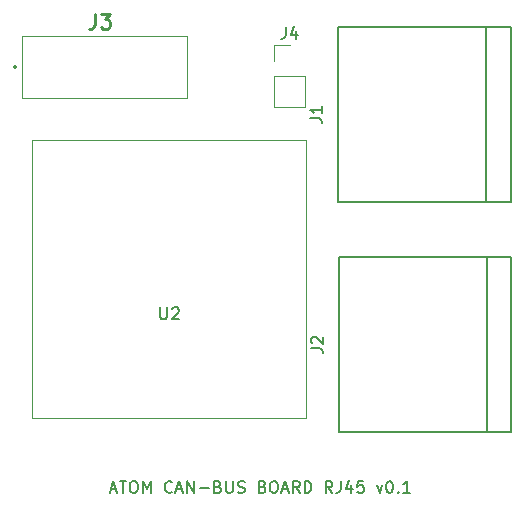
<source format=gto>
G04 #@! TF.GenerationSoftware,KiCad,Pcbnew,(5.1.2)-1*
G04 #@! TF.CreationDate,2020-12-31T00:30:43+09:00*
G04 #@! TF.ProjectId,M5Atom_CAN_RJ45,4d354174-6f6d-45f4-9341-4e5f524a3435,rev?*
G04 #@! TF.SameCoordinates,Original*
G04 #@! TF.FileFunction,Legend,Top*
G04 #@! TF.FilePolarity,Positive*
%FSLAX46Y46*%
G04 Gerber Fmt 4.6, Leading zero omitted, Abs format (unit mm)*
G04 Created by KiCad (PCBNEW (5.1.2)-1) date 2020-12-31 00:30:43*
%MOMM*%
%LPD*%
G04 APERTURE LIST*
%ADD10C,0.200000*%
%ADD11C,0.150000*%
%ADD12C,0.120000*%
%ADD13C,0.100000*%
%ADD14C,0.254000*%
G04 APERTURE END LIST*
D10*
X143086133Y-123204266D02*
X143562323Y-123204266D01*
X142990895Y-123489980D02*
X143324228Y-122489980D01*
X143657561Y-123489980D01*
X143848038Y-122489980D02*
X144419466Y-122489980D01*
X144133752Y-123489980D02*
X144133752Y-122489980D01*
X144943276Y-122489980D02*
X145133752Y-122489980D01*
X145228990Y-122537600D01*
X145324228Y-122632838D01*
X145371847Y-122823314D01*
X145371847Y-123156647D01*
X145324228Y-123347123D01*
X145228990Y-123442361D01*
X145133752Y-123489980D01*
X144943276Y-123489980D01*
X144848038Y-123442361D01*
X144752800Y-123347123D01*
X144705180Y-123156647D01*
X144705180Y-122823314D01*
X144752800Y-122632838D01*
X144848038Y-122537600D01*
X144943276Y-122489980D01*
X145800419Y-123489980D02*
X145800419Y-122489980D01*
X146133752Y-123204266D01*
X146467085Y-122489980D01*
X146467085Y-123489980D01*
X148276609Y-123394742D02*
X148228990Y-123442361D01*
X148086133Y-123489980D01*
X147990895Y-123489980D01*
X147848038Y-123442361D01*
X147752800Y-123347123D01*
X147705180Y-123251885D01*
X147657561Y-123061409D01*
X147657561Y-122918552D01*
X147705180Y-122728076D01*
X147752800Y-122632838D01*
X147848038Y-122537600D01*
X147990895Y-122489980D01*
X148086133Y-122489980D01*
X148228990Y-122537600D01*
X148276609Y-122585219D01*
X148657561Y-123204266D02*
X149133752Y-123204266D01*
X148562323Y-123489980D02*
X148895657Y-122489980D01*
X149228990Y-123489980D01*
X149562323Y-123489980D02*
X149562323Y-122489980D01*
X150133752Y-123489980D01*
X150133752Y-122489980D01*
X150609942Y-123109028D02*
X151371847Y-123109028D01*
X152181371Y-122966171D02*
X152324228Y-123013790D01*
X152371847Y-123061409D01*
X152419466Y-123156647D01*
X152419466Y-123299504D01*
X152371847Y-123394742D01*
X152324228Y-123442361D01*
X152228990Y-123489980D01*
X151848038Y-123489980D01*
X151848038Y-122489980D01*
X152181371Y-122489980D01*
X152276609Y-122537600D01*
X152324228Y-122585219D01*
X152371847Y-122680457D01*
X152371847Y-122775695D01*
X152324228Y-122870933D01*
X152276609Y-122918552D01*
X152181371Y-122966171D01*
X151848038Y-122966171D01*
X152848038Y-122489980D02*
X152848038Y-123299504D01*
X152895657Y-123394742D01*
X152943276Y-123442361D01*
X153038514Y-123489980D01*
X153228990Y-123489980D01*
X153324228Y-123442361D01*
X153371847Y-123394742D01*
X153419466Y-123299504D01*
X153419466Y-122489980D01*
X153848038Y-123442361D02*
X153990895Y-123489980D01*
X154228990Y-123489980D01*
X154324228Y-123442361D01*
X154371847Y-123394742D01*
X154419466Y-123299504D01*
X154419466Y-123204266D01*
X154371847Y-123109028D01*
X154324228Y-123061409D01*
X154228990Y-123013790D01*
X154038514Y-122966171D01*
X153943276Y-122918552D01*
X153895657Y-122870933D01*
X153848038Y-122775695D01*
X153848038Y-122680457D01*
X153895657Y-122585219D01*
X153943276Y-122537600D01*
X154038514Y-122489980D01*
X154276609Y-122489980D01*
X154419466Y-122537600D01*
X155943276Y-122966171D02*
X156086133Y-123013790D01*
X156133752Y-123061409D01*
X156181371Y-123156647D01*
X156181371Y-123299504D01*
X156133752Y-123394742D01*
X156086133Y-123442361D01*
X155990895Y-123489980D01*
X155609942Y-123489980D01*
X155609942Y-122489980D01*
X155943276Y-122489980D01*
X156038514Y-122537600D01*
X156086133Y-122585219D01*
X156133752Y-122680457D01*
X156133752Y-122775695D01*
X156086133Y-122870933D01*
X156038514Y-122918552D01*
X155943276Y-122966171D01*
X155609942Y-122966171D01*
X156800419Y-122489980D02*
X156990895Y-122489980D01*
X157086133Y-122537600D01*
X157181371Y-122632838D01*
X157228990Y-122823314D01*
X157228990Y-123156647D01*
X157181371Y-123347123D01*
X157086133Y-123442361D01*
X156990895Y-123489980D01*
X156800419Y-123489980D01*
X156705180Y-123442361D01*
X156609942Y-123347123D01*
X156562323Y-123156647D01*
X156562323Y-122823314D01*
X156609942Y-122632838D01*
X156705180Y-122537600D01*
X156800419Y-122489980D01*
X157609942Y-123204266D02*
X158086133Y-123204266D01*
X157514704Y-123489980D02*
X157848038Y-122489980D01*
X158181371Y-123489980D01*
X159086133Y-123489980D02*
X158752800Y-123013790D01*
X158514704Y-123489980D02*
X158514704Y-122489980D01*
X158895657Y-122489980D01*
X158990895Y-122537600D01*
X159038514Y-122585219D01*
X159086133Y-122680457D01*
X159086133Y-122823314D01*
X159038514Y-122918552D01*
X158990895Y-122966171D01*
X158895657Y-123013790D01*
X158514704Y-123013790D01*
X159514704Y-123489980D02*
X159514704Y-122489980D01*
X159752800Y-122489980D01*
X159895657Y-122537600D01*
X159990895Y-122632838D01*
X160038514Y-122728076D01*
X160086133Y-122918552D01*
X160086133Y-123061409D01*
X160038514Y-123251885D01*
X159990895Y-123347123D01*
X159895657Y-123442361D01*
X159752800Y-123489980D01*
X159514704Y-123489980D01*
X161848038Y-123489980D02*
X161514704Y-123013790D01*
X161276609Y-123489980D02*
X161276609Y-122489980D01*
X161657561Y-122489980D01*
X161752800Y-122537600D01*
X161800419Y-122585219D01*
X161848038Y-122680457D01*
X161848038Y-122823314D01*
X161800419Y-122918552D01*
X161752800Y-122966171D01*
X161657561Y-123013790D01*
X161276609Y-123013790D01*
X162562323Y-122489980D02*
X162562323Y-123204266D01*
X162514704Y-123347123D01*
X162419466Y-123442361D01*
X162276609Y-123489980D01*
X162181371Y-123489980D01*
X163467085Y-122823314D02*
X163467085Y-123489980D01*
X163228990Y-122442361D02*
X162990895Y-123156647D01*
X163609942Y-123156647D01*
X164467085Y-122489980D02*
X163990895Y-122489980D01*
X163943276Y-122966171D01*
X163990895Y-122918552D01*
X164086133Y-122870933D01*
X164324228Y-122870933D01*
X164419466Y-122918552D01*
X164467085Y-122966171D01*
X164514704Y-123061409D01*
X164514704Y-123299504D01*
X164467085Y-123394742D01*
X164419466Y-123442361D01*
X164324228Y-123489980D01*
X164086133Y-123489980D01*
X163990895Y-123442361D01*
X163943276Y-123394742D01*
X165609942Y-122823314D02*
X165848038Y-123489980D01*
X166086133Y-122823314D01*
X166657561Y-122489980D02*
X166752799Y-122489980D01*
X166848038Y-122537600D01*
X166895657Y-122585219D01*
X166943276Y-122680457D01*
X166990895Y-122870933D01*
X166990895Y-123109028D01*
X166943276Y-123299504D01*
X166895657Y-123394742D01*
X166848038Y-123442361D01*
X166752799Y-123489980D01*
X166657561Y-123489980D01*
X166562323Y-123442361D01*
X166514704Y-123394742D01*
X166467085Y-123299504D01*
X166419466Y-123109028D01*
X166419466Y-122870933D01*
X166467085Y-122680457D01*
X166514704Y-122585219D01*
X166562323Y-122537600D01*
X166657561Y-122489980D01*
X167419466Y-123394742D02*
X167467085Y-123442361D01*
X167419466Y-123489980D01*
X167371847Y-123442361D01*
X167419466Y-123394742D01*
X167419466Y-123489980D01*
X168419466Y-123489980D02*
X167848038Y-123489980D01*
X168133752Y-123489980D02*
X168133752Y-122489980D01*
X168038514Y-122632838D01*
X167943276Y-122728076D01*
X167848038Y-122775695D01*
D11*
X162411000Y-118334000D02*
X177011000Y-118334000D01*
X162411000Y-104534000D02*
X162411000Y-118334000D01*
X162411000Y-103534000D02*
X177011000Y-103534000D01*
X162411000Y-104534000D02*
X162411000Y-103534000D01*
X177011000Y-118334000D02*
X177011000Y-103534000D01*
X174911000Y-118334000D02*
X174911000Y-103534000D01*
D12*
X136447000Y-93598000D02*
X136447000Y-117165000D01*
X159646400Y-117165000D02*
X136447000Y-117165000D01*
X159646400Y-93598000D02*
X159646400Y-117165000D01*
X136447000Y-93598000D02*
X159646400Y-93598000D01*
X156912000Y-85601500D02*
X158242000Y-85601500D01*
X156912000Y-86931500D02*
X156912000Y-85601500D01*
X156912000Y-88201500D02*
X159572000Y-88201500D01*
X159572000Y-88201500D02*
X159572000Y-90801500D01*
X156912000Y-88201500D02*
X156912000Y-90801500D01*
X156912000Y-90801500D02*
X159572000Y-90801500D01*
D10*
X134974000Y-87539500D02*
G75*
G02X134974000Y-87339500I0J100000D01*
G01*
X134974000Y-87339500D02*
G75*
G02X134974000Y-87539500I0J-100000D01*
G01*
X134974000Y-87339500D02*
X134974000Y-87339500D01*
X134974000Y-87539500D02*
X134974000Y-87539500D01*
D13*
X149574000Y-84789500D02*
X149574000Y-90089500D01*
X135574000Y-84789500D02*
X149574000Y-84789500D01*
X135574000Y-90089500D02*
X135574000Y-84789500D01*
X149574000Y-90089500D02*
X135574000Y-90089500D01*
D11*
X162348000Y-98840000D02*
X176948000Y-98840000D01*
X162348000Y-85040000D02*
X162348000Y-98840000D01*
X162348000Y-84040000D02*
X176948000Y-84040000D01*
X162348000Y-85040000D02*
X162348000Y-84040000D01*
X176948000Y-98840000D02*
X176948000Y-84040000D01*
X174848000Y-98840000D02*
X174848000Y-84040000D01*
X160043380Y-111267333D02*
X160757666Y-111267333D01*
X160900523Y-111314952D01*
X160995761Y-111410190D01*
X161043380Y-111553047D01*
X161043380Y-111648285D01*
X160138619Y-110838761D02*
X160091000Y-110791142D01*
X160043380Y-110695904D01*
X160043380Y-110457809D01*
X160091000Y-110362571D01*
X160138619Y-110314952D01*
X160233857Y-110267333D01*
X160329095Y-110267333D01*
X160471952Y-110314952D01*
X161043380Y-110886380D01*
X161043380Y-110267333D01*
X147285095Y-107800380D02*
X147285095Y-108609904D01*
X147332714Y-108705142D01*
X147380333Y-108752761D01*
X147475571Y-108800380D01*
X147666047Y-108800380D01*
X147761285Y-108752761D01*
X147808904Y-108705142D01*
X147856523Y-108609904D01*
X147856523Y-107800380D01*
X148285095Y-107895619D02*
X148332714Y-107848000D01*
X148427952Y-107800380D01*
X148666047Y-107800380D01*
X148761285Y-107848000D01*
X148808904Y-107895619D01*
X148856523Y-107990857D01*
X148856523Y-108086095D01*
X148808904Y-108228952D01*
X148237476Y-108800380D01*
X148856523Y-108800380D01*
X157908666Y-84053880D02*
X157908666Y-84768166D01*
X157861047Y-84911023D01*
X157765809Y-85006261D01*
X157622952Y-85053880D01*
X157527714Y-85053880D01*
X158813428Y-84387214D02*
X158813428Y-85053880D01*
X158575333Y-84006261D02*
X158337238Y-84720547D01*
X158956285Y-84720547D01*
D14*
X141765866Y-82921323D02*
X141765866Y-83828466D01*
X141705390Y-84009895D01*
X141584438Y-84130847D01*
X141403009Y-84191323D01*
X141282057Y-84191323D01*
X142249676Y-82921323D02*
X143035866Y-82921323D01*
X142612533Y-83405133D01*
X142793961Y-83405133D01*
X142914914Y-83465609D01*
X142975390Y-83526085D01*
X143035866Y-83647038D01*
X143035866Y-83949419D01*
X142975390Y-84070371D01*
X142914914Y-84130847D01*
X142793961Y-84191323D01*
X142431104Y-84191323D01*
X142310152Y-84130847D01*
X142249676Y-84070371D01*
D11*
X159980380Y-91773333D02*
X160694666Y-91773333D01*
X160837523Y-91820952D01*
X160932761Y-91916190D01*
X160980380Y-92059047D01*
X160980380Y-92154285D01*
X160980380Y-90773333D02*
X160980380Y-91344761D01*
X160980380Y-91059047D02*
X159980380Y-91059047D01*
X160123238Y-91154285D01*
X160218476Y-91249523D01*
X160266095Y-91344761D01*
M02*

</source>
